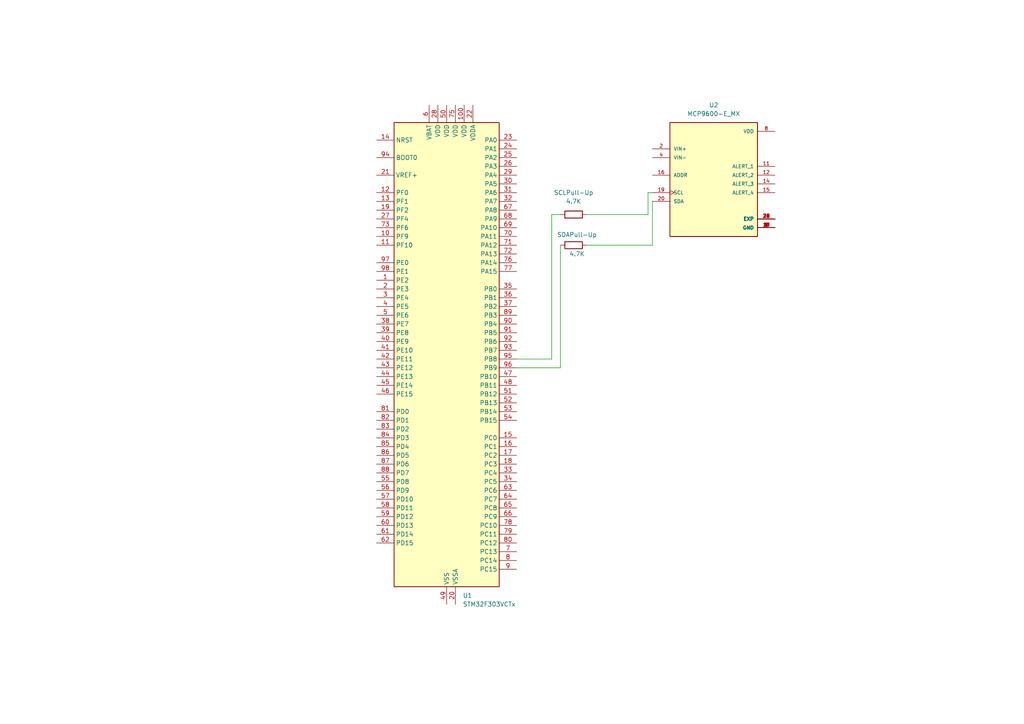
<source format=kicad_sch>
(kicad_sch (version 20250114) (generator "eeschema") (generator_version "9.0")
  (paper "A4")
  (lib_symbols
    (symbol "Device:R" (pin_numbers (hide yes)) (pin_names (offset 0))
      (property "Reference" "R" (at 2.032 0 90))
      (property "Value" "R" (at 0 0 90))
      (symbol "R_0_1"
        (rectangle (start -1.016 -2.54) (end 1.016 2.54) (stroke (width 0.254)))
      )
      (symbol "R_1_1"
        (pin passive line (at 0 3.81 270) (length 1.27) (name "~") (number "1"))
        (pin passive line (at 0 -3.81 90) (length 1.27) (name "~") (number "2"))
      )
    )
    (symbol "MCP9600-E_MX:MCP9600-E_MX" (pin_names (offset 1.016))
      (property "Reference" "U" (at -12.7 19.05 0))
      (property "Value" "MCP9600-E_MX" (at -12.7 -16.51 0))
      (symbol "MCP9600-E_MX_0_0"
        (rectangle (start -12.7 -15.24) (end 12.7 17.78) (stroke (width 0.254)) (fill (type background)))
        (pin input line (at -17.78 10.16 0) (length 5.08) (name "VIN+") (number "2"))
        (pin input line (at -17.78 7.62 0) (length 5.08) (name "VIN-") (number "4"))
        (pin input line (at -17.78 2.54 0) (length 5.08) (name "ADDR") (number "16"))
        (pin input clock (at -17.78 -2.54 0) (length 5.08) (name "SCL") (number "19"))
        (pin bidirectional line (at -17.78 -5.08 0) (length 5.08) (name "SDA") (number "20"))
        (pin power_in line (at 17.78 15.24 180) (length 5.08) (name "VDD") (number "8"))
        (pin output line (at 17.78 5.08 180) (length 5.08) (name "ALERT_1") (number "11"))
        (pin output line (at 17.78 2.54 180) (length 5.08) (name "ALERT_2") (number "12"))
        (pin output line (at 17.78 0 180) (length 5.08) (name "ALERT_3") (number "14"))
        (pin output line (at 17.78 -2.54 180) (length 5.08) (name "ALERT_4") (number "15"))
        (pin power_in line (at 17.78 -10.16 180) (length 5.08) (name "EXP") (number "21"))
        (pin power_in line (at 17.78 -10.16 180) (length 5.08) (name "EXP") (number "22"))
        (pin power_in line (at 17.78 -10.16 180) (length 5.08) (name "EXP") (number "23"))
        (pin power_in line (at 17.78 -10.16 180) (length 5.08) (name "EXP") (number "24"))
        (pin power_in line (at 17.78 -10.16 180) (length 5.08) (name "EXP") (number "25"))
        (pin power_in line (at 17.78 -10.16 180) (length 5.08) (name "EXP") (number "26"))
        (pin power_in line (at 17.78 -10.16 180) (length 5.08) (name "EXP") (number "27"))
        (pin power_in line (at 17.78 -10.16 180) (length 5.08) (name "EXP") (number "28"))
        (pin power_in line (at 17.78 -10.16 180) (length 5.08) (name "EXP") (number "29"))
        (pin power_in line (at 17.78 -10.16 180) (length 5.08) (name "EXP") (number "30"))
        (pin power_in line (at 17.78 -12.7 180) (length 5.08) (name "GND") (number "1"))
        (pin power_in line (at 17.78 -12.7 180) (length 5.08) (name "GND") (number "10"))
        (pin power_in line (at 17.78 -12.7 180) (length 5.08) (name "GND") (number "13"))
        (pin power_in line (at 17.78 -12.7 180) (length 5.08) (name "GND") (number "17"))
        (pin power_in line (at 17.78 -12.7 180) (length 5.08) (name "GND") (number "18"))
        (pin power_in line (at 17.78 -12.7 180) (length 5.08) (name "GND") (number "3"))
        (pin power_in line (at 17.78 -12.7 180) (length 5.08) (name "GND") (number "5"))
        (pin power_in line (at 17.78 -12.7 180) (length 5.08) (name "GND") (number "6"))
        (pin power_in line (at 17.78 -12.7 180) (length 5.08) (name "GND") (number "7"))
        (pin power_in line (at 17.78 -12.7 180) (length 5.08) (name "GND") (number "9"))
      )
    )
    (symbol "MCU_ST_STM32F3:STM32F303VCTx"
      (property "Reference" "U" (at -15.24 69.85 0))
      (property "Value" "STM32F303VCTx" (at 10.16 69.85 0))
      (symbol "STM32F303VCTx_0_1"
        (rectangle (start -15.24 -66.04) (end 15.24 68.58) (stroke (width 0.254)) (fill (type background)))
      )
      (symbol "STM32F303VCTx_1_1"
        (pin input line (at -20.32 63.5 0) (length 5.08) (name "NRST") (number "14"))
        (pin input line (at -20.32 58.42 0) (length 5.08) (name "BOOT0") (number "94"))
        (pin input line (at -20.32 53.34 0) (length 5.08) (name "VREF+") (number "21"))
        (pin bidirectional line (at -20.32 48.26 0) (length 5.08) (name "PF0") (number "12"))
        (pin bidirectional line (at -20.32 45.72 0) (length 5.08) (name "PF1") (number "13"))
        (pin bidirectional line (at -20.32 43.18 0) (length 5.08) (name "PF2") (number "19"))
        (pin bidirectional line (at -20.32 40.64 0) (length 5.08) (name "PF4") (number "27"))
        (pin bidirectional line (at -20.32 38.1 0) (length 5.08) (name "PF6") (number "73"))
        (pin bidirectional line (at -20.32 35.56 0) (length 5.08) (name "PF9") (number "10"))
        (pin bidirectional line (at -20.32 33.02 0) (length 5.08) (name "PF10") (number "11"))
        (pin bidirectional line (at -20.32 27.94 0) (length 5.08) (name "PE0") (number "97"))
        (pin bidirectional line (at -20.32 25.4 0) (length 5.08) (name "PE1") (number "98"))
        (pin bidirectional line (at -20.32 22.86 0) (length 5.08) (name "PE2") (number "1"))
        (pin bidirectional line (at -20.32 20.32 0) (length 5.08) (name "PE3") (number "2"))
        (pin bidirectional line (at -20.32 17.78 0) (length 5.08) (name "PE4") (number "3"))
        (pin bidirectional line (at -20.32 15.24 0) (length 5.08) (name "PE5") (number "4"))
        (pin bidirectional line (at -20.32 12.7 0) (length 5.08) (name "PE6") (number "5"))
        (pin bidirectional line (at -20.32 10.16 0) (length 5.08) (name "PE7") (number "38"))
        (pin bidirectional line (at -20.32 7.62 0) (length 5.08) (name "PE8") (number "39"))
        (pin bidirectional line (at -20.32 5.08 0) (length 5.08) (name "PE9") (number "40"))
        (pin bidirectional line (at -20.32 2.54 0) (length 5.08) (name "PE10") (number "41"))
        (pin bidirectional line (at -20.32 0 0) (length 5.08) (name "PE11") (number "42"))
        (pin bidirectional line (at -20.32 -2.54 0) (length 5.08) (name "PE12") (number "43"))
        (pin bidirectional line (at -20.32 -5.08 0) (length 5.08) (name "PE13") (number "44"))
        (pin bidirectional line (at -20.32 -7.62 0) (length 5.08) (name "PE14") (number "45"))
        (pin bidirectional line (at -20.32 -10.16 0) (length 5.08) (name "PE15") (number "46"))
        (pin bidirectional line (at -20.32 -15.24 0) (length 5.08) (name "PD0") (number "81"))
        (pin bidirectional line (at -20.32 -17.78 0) (length 5.08) (name "PD1") (number "82"))
        (pin bidirectional line (at -20.32 -20.32 0) (length 5.08) (name "PD2") (number "83"))
        (pin bidirectional line (at -20.32 -22.86 0) (length 5.08) (name "PD3") (number "84"))
        (pin bidirectional line (at -20.32 -25.4 0) (length 5.08) (name "PD4") (number "85"))
        (pin bidirectional line (at -20.32 -27.94 0) (length 5.08) (name "PD5") (number "86"))
        (pin bidirectional line (at -20.32 -30.48 0) (length 5.08) (name "PD6") (number "87"))
        (pin bidirectional line (at -20.32 -33.02 0) (length 5.08) (name "PD7") (number "88"))
        (pin bidirectional line (at -20.32 -35.56 0) (length 5.08) (name "PD8") (number "55"))
        (pin bidirectional line (at -20.32 -38.1 0) (length 5.08) (name "PD9") (number "56"))
        (pin bidirectional line (at -20.32 -40.64 0) (length 5.08) (name "PD10") (number "57"))
        (pin bidirectional line (at -20.32 -43.18 0) (length 5.08) (name "PD11") (number "58"))
        (pin bidirectional line (at -20.32 -45.72 0) (length 5.08) (name "PD12") (number "59"))
        (pin bidirectional line (at -20.32 -48.26 0) (length 5.08) (name "PD13") (number "60"))
        (pin bidirectional line (at -20.32 -50.8 0) (length 5.08) (name "PD14") (number "61"))
        (pin bidirectional line (at -20.32 -53.34 0) (length 5.08) (name "PD15") (number "62"))
        (pin power_in line (at -5.08 73.66 270) (length 5.08) (name "VBAT") (number "6"))
        (pin power_in line (at -2.54 73.66 270) (length 5.08) (name "VDD") (number "28"))
        (pin power_in line (at 0 73.66 270) (length 5.08) (name "VDD") (number "50"))
        (pin power_in line (at 0 -71.12 90) (length 5.08) (name "VSS") (number "49"))
        (pin passive line (at 0 -71.12 90) (length 5.08) (hide yes) (name "VSS") (number "74"))
        (pin passive line (at 0 -71.12 90) (length 5.08) (hide yes) (name "VSS") (number "99"))
        (pin power_in line (at 2.54 73.66 270) (length 5.08) (name "VDD") (number "75"))
        (pin power_in line (at 2.54 -71.12 90) (length 5.08) (name "VSSA") (number "20"))
        (pin power_in line (at 5.08 73.66 270) (length 5.08) (name "VDD") (number "100"))
        (pin power_in line (at 7.62 73.66 270) (length 5.08) (name "VDDA") (number "22"))
        (pin bidirectional line (at 20.32 63.5 180) (length 5.08) (name "PA0") (number "23"))
        (pin bidirectional line (at 20.32 60.96 180) (length 5.08) (name "PA1") (number "24"))
        (pin bidirectional line (at 20.32 58.42 180) (length 5.08) (name "PA2") (number "25"))
        (pin bidirectional line (at 20.32 55.88 180) (length 5.08) (name "PA3") (number "26"))
        (pin bidirectional line (at 20.32 53.34 180) (length 5.08) (name "PA4") (number "29"))
        (pin bidirectional line (at 20.32 50.8 180) (length 5.08) (name "PA5") (number "30"))
        (pin bidirectional line (at 20.32 48.26 180) (length 5.08) (name "PA6") (number "31"))
        (pin bidirectional line (at 20.32 45.72 180) (length 5.08) (name "PA7") (number "32"))
        (pin bidirectional line (at 20.32 43.18 180) (length 5.08) (name "PA8") (number "67"))
        (pin bidirectional line (at 20.32 40.64 180) (length 5.08) (name "PA9") (number "68"))
        (pin bidirectional line (at 20.32 38.1 180) (length 5.08) (name "PA10") (number "69"))
        (pin bidirectional line (at 20.32 35.56 180) (length 5.08) (name "PA11") (number "70"))
        (pin bidirectional line (at 20.32 33.02 180) (length 5.08) (name "PA12") (number "71"))
        (pin bidirectional line (at 20.32 30.48 180) (length 5.08) (name "PA13") (number "72"))
        (pin bidirectional line (at 20.32 27.94 180) (length 5.08) (name "PA14") (number "76"))
        (pin bidirectional line (at 20.32 25.4 180) (length 5.08) (name "PA15") (number "77"))
        (pin bidirectional line (at 20.32 20.32 180) (length 5.08) (name "PB0") (number "35"))
        (pin bidirectional line (at 20.32 17.78 180) (length 5.08) (name "PB1") (number "36"))
        (pin bidirectional line (at 20.32 15.24 180) (length 5.08) (name "PB2") (number "37"))
        (pin bidirectional line (at 20.32 12.7 180) (length 5.08) (name "PB3") (number "89"))
        (pin bidirectional line (at 20.32 10.16 180) (length 5.08) (name "PB4") (number "90"))
        (pin bidirectional line (at 20.32 7.62 180) (length 5.08) (name "PB5") (number "91"))
        (pin bidirectional line (at 20.32 5.08 180) (length 5.08) (name "PB6") (number "92"))
        (pin bidirectional line (at 20.32 2.54 180) (length 5.08) (name "PB7") (number "93"))
        (pin bidirectional line (at 20.32 0 180) (length 5.08) (name "PB8") (number "95"))
        (pin bidirectional line (at 20.32 -2.54 180) (length 5.08) (name "PB9") (number "96"))
        (pin bidirectional line (at 20.32 -5.08 180) (length 5.08) (name "PB10") (number "47"))
        (pin bidirectional line (at 20.32 -7.62 180) (length 5.08) (name "PB11") (number "48"))
        (pin bidirectional line (at 20.32 -10.16 180) (length 5.08) (name "PB12") (number "51"))
        (pin bidirectional line (at 20.32 -12.7 180) (length 5.08) (name "PB13") (number "52"))
        (pin bidirectional line (at 20.32 -15.24 180) (length 5.08) (name "PB14") (number "53"))
        (pin bidirectional line (at 20.32 -17.78 180) (length 5.08) (name "PB15") (number "54"))
        (pin bidirectional line (at 20.32 -22.86 180) (length 5.08) (name "PC0") (number "15"))
        (pin bidirectional line (at 20.32 -25.4 180) (length 5.08) (name "PC1") (number "16"))
        (pin bidirectional line (at 20.32 -27.94 180) (length 5.08) (name "PC2") (number "17"))
        (pin bidirectional line (at 20.32 -30.48 180) (length 5.08) (name "PC3") (number "18"))
        (pin bidirectional line (at 20.32 -33.02 180) (length 5.08) (name "PC4") (number "33"))
        (pin bidirectional line (at 20.32 -35.56 180) (length 5.08) (name "PC5") (number "34"))
        (pin bidirectional line (at 20.32 -38.1 180) (length 5.08) (name "PC6") (number "63"))
        (pin bidirectional line (at 20.32 -40.64 180) (length 5.08) (name "PC7") (number "64"))
        (pin bidirectional line (at 20.32 -43.18 180) (length 5.08) (name "PC8") (number "65"))
        (pin bidirectional line (at 20.32 -45.72 180) (length 5.08) (name "PC9") (number "66"))
        (pin bidirectional line (at 20.32 -48.26 180) (length 5.08) (name "PC10") (number "78"))
        (pin bidirectional line (at 20.32 -50.8 180) (length 5.08) (name "PC11") (number "79"))
        (pin bidirectional line (at 20.32 -53.34 180) (length 5.08) (name "PC12") (number "80"))
        (pin bidirectional line (at 20.32 -55.88 180) (length 5.08) (name "PC13") (number "7"))
        (pin bidirectional line (at 20.32 -58.42 180) (length 5.08) (name "PC14") (number "8"))
        (pin bidirectional line (at 20.32 -60.96 180) (length 5.08) (name "PC15") (number "9"))
      )
    )
  )
  (wire (pts (xy 189.23 58.42) (xy 189.23 71.12)))
  (wire (pts (xy 149.86 104.14) (xy 160.02 104.14)))
  (wire (pts (xy 162.56 106.68) (xy 162.56 71.12)))
  (wire (pts (xy 187.96 62.23) (xy 187.96 55.88)))
  (wire (pts (xy 160.02 62.23) (xy 162.56 62.23)))
  (wire (pts (xy 170.18 62.23) (xy 187.96 62.23)))
  (wire (pts (xy 149.86 106.68) (xy 162.56 106.68)))
  (wire (pts (xy 187.96 55.88) (xy 189.23 55.88)))
  (wire (pts (xy 160.02 104.14) (xy 160.02 62.23)))
  (wire (pts (xy 170.18 71.12) (xy 189.23 71.12)))
  (symbol (lib_id "Device:R") (at 166.37 62.23 90) (unit 1)
    (property "Reference" "SCLPull-Up" (at 166.37 55.88 90))
    (property "Value" "4.7K" (at 166.37 58.42 90))
    (property "Description" "Resistor" (effects (hide yes)))
  )
  (symbol (lib_id "MCU_ST_STM32F3:STM32F303VCTx") (at 129.54 104.14 0) (unit 1)
    (property "Reference" "U1" (at 134.2233 172.72 0) (effects (justify left)))
    (property "Value" "STM32F303VCTx" (at 134.2233 175.26 0) (effects (justify left)))
    (property "Footprint" "Package_QFP:LQFP-100_14x14mm_P0.5mm" (effects (hide yes)))
    (property "Datasheet" "https://www.st.com/resource/en/datasheet/stm32f303vc.pdf" (effects (hide yes)))
    (property "Description" "STMicroelectronics Arm Cortex-M4 MCU, 256KB flash, 48KB RAM, 72 MHz, 2.0-3.6V, 87 GPIO, LQFP100" (effects (hide yes)))
  )
  (symbol (lib_id "MCP9600-E_MX:MCP9600-E_MX") (at 207.01 53.34 0) (unit 1)
    (property "Reference" "U2" (at 207.01 30.48 0))
    (property "Value" "MCP9600-E_MX" (at 207.01 33.02 0))
    (property "Footprint" "MCP9600-E_MX:QFN65P500X500X100-21N_MCP9600-E_MX" (effects (hide yes)))
    (property "MF" "Microchip" (effects (hide yes)))
    (property "MAXIMUM_PACKAGE_HEIGHT" "1.00mm" (effects (hide yes)))
    (property "Package" "VQFN-20 Microchip" (effects (hide yes)))
    (property "Price" "None" (effects (hide yes)))
    (property "Check_prices" "https://www.snapeda.com/parts/MCP9600-E/MX/Microchip/view-part/?ref=eda" (effects (hide yes)))
    (property "STANDARD" "IPC-7351B" (effects (hide yes)))
    (property "PARTREV" "F" (effects (hide yes)))
    (property "SnapEDA_Link" "https://www.snapeda.com/parts/MCP9600-E/MX/Microchip/view-part/?ref=snap" (effects (hide yes)))
    (property "MP" "MCP9600-E/MX" (effects (hide yes)))
    (property "Description_1" "IC THERMOCOUPLE TO I2C 20MQFN" (effects (hide yes)))
    (property "Availability" "In Stock" (effects (hide yes)))
    (property "MANUFACTURER" "Microchip" (effects (hide yes)))
  )
  (symbol (lib_id "Device:R") (at 166.37 71.12 270) (unit 1)
    (property "Reference" "SDAPull-Up" (at 161.544 68.072 90) (effects (justify left)))
    (property "Value" "4.7K" (at 165.1001 73.66 90) (effects (justify left)))
    (property "Description" "Resistor" (effects (hide yes)))
  )
)
</source>
